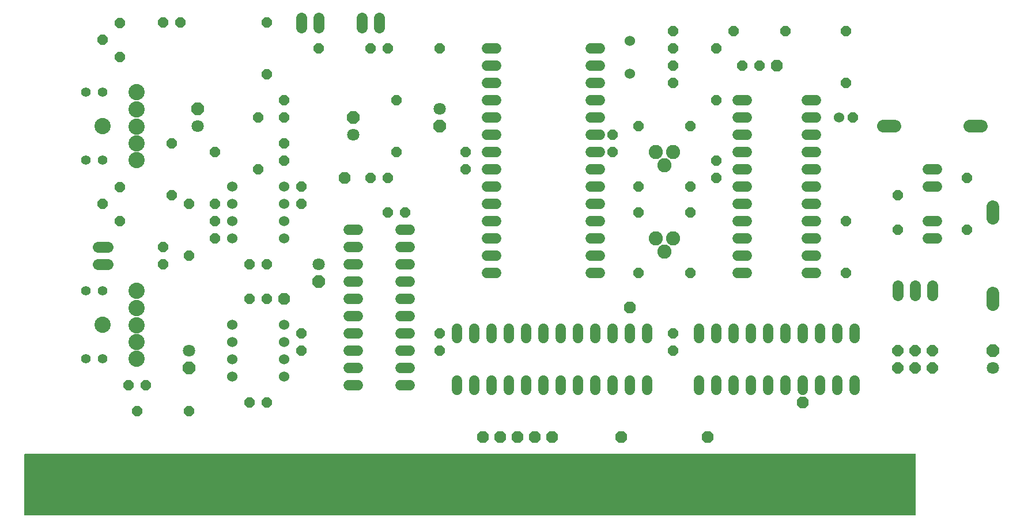
<source format=gbs>
G04 EAGLE Gerber RS-274X export*
G75*
%MOMM*%
%FSLAX34Y34*%
%LPD*%
%INSoldermask Bottom*%
%IPPOS*%
%AMOC8*
5,1,8,0,0,1.08239X$1,22.5*%
G01*
%ADD10P,1.649562X8X292.500000*%
%ADD11P,1.951982X8X292.500000*%
%ADD12C,1.803400*%
%ADD13P,1.649562X8X202.500000*%
%ADD14C,1.524000*%
%ADD15P,1.649562X8X112.500000*%
%ADD16P,1.649562X8X22.500000*%
%ADD17C,2.082800*%
%ADD18C,1.524000*%
%ADD19C,1.625600*%
%ADD20C,2.387600*%
%ADD21C,1.403200*%
%ADD22P,1.869504X8X292.500000*%
%ADD23P,1.951982X8X112.500000*%
%ADD24C,1.879600*%
%ADD25P,1.869504X8X22.500000*%
%ADD26R,1.983200X7.823200*%
%ADD27P,1.759533X8X22.500000*%

G36*
X1308120Y-758D02*
X1308120Y-758D01*
X1308139Y-760D01*
X1308241Y-738D01*
X1308343Y-722D01*
X1308360Y-712D01*
X1308380Y-708D01*
X1308469Y-655D01*
X1308560Y-606D01*
X1308574Y-592D01*
X1308591Y-582D01*
X1308658Y-503D01*
X1308730Y-428D01*
X1308738Y-410D01*
X1308751Y-395D01*
X1308790Y-299D01*
X1308833Y-205D01*
X1308835Y-185D01*
X1308843Y-167D01*
X1308861Y0D01*
X1308861Y88900D01*
X1308858Y88920D01*
X1308860Y88939D01*
X1308838Y89041D01*
X1308822Y89143D01*
X1308812Y89160D01*
X1308808Y89180D01*
X1308755Y89269D01*
X1308706Y89360D01*
X1308692Y89374D01*
X1308682Y89391D01*
X1308603Y89458D01*
X1308528Y89530D01*
X1308510Y89538D01*
X1308495Y89551D01*
X1308399Y89590D01*
X1308305Y89633D01*
X1308285Y89635D01*
X1308267Y89643D01*
X1308100Y89661D01*
X0Y89661D01*
X-20Y89658D01*
X-39Y89660D01*
X-141Y89638D01*
X-243Y89622D01*
X-260Y89612D01*
X-280Y89608D01*
X-369Y89555D01*
X-460Y89506D01*
X-474Y89492D01*
X-491Y89482D01*
X-558Y89403D01*
X-630Y89328D01*
X-638Y89310D01*
X-651Y89295D01*
X-690Y89199D01*
X-733Y89105D01*
X-735Y89085D01*
X-743Y89067D01*
X-761Y88900D01*
X-761Y0D01*
X-758Y-20D01*
X-760Y-39D01*
X-738Y-141D01*
X-722Y-243D01*
X-712Y-260D01*
X-708Y-280D01*
X-655Y-369D01*
X-606Y-460D01*
X-592Y-474D01*
X-582Y-491D01*
X-503Y-558D01*
X-428Y-630D01*
X-410Y-638D01*
X-395Y-651D01*
X-299Y-690D01*
X-205Y-733D01*
X-185Y-735D01*
X-167Y-743D01*
X0Y-761D01*
X1308100Y-761D01*
X1308120Y-758D01*
G37*
D10*
X952500Y266700D03*
X952500Y241300D03*
D11*
X431800Y342900D03*
D12*
X431800Y368300D03*
D13*
X558800Y444500D03*
X533400Y444500D03*
D14*
X1047496Y609600D02*
X1060704Y609600D01*
X1060704Y584200D02*
X1047496Y584200D01*
X1047496Y558800D02*
X1060704Y558800D01*
X1060704Y533400D02*
X1047496Y533400D01*
X1047496Y508000D02*
X1060704Y508000D01*
X1060704Y482600D02*
X1047496Y482600D01*
X1047496Y457200D02*
X1060704Y457200D01*
X1060704Y431800D02*
X1047496Y431800D01*
X1047496Y406400D02*
X1060704Y406400D01*
X1060704Y381000D02*
X1047496Y381000D01*
X1047496Y355600D02*
X1060704Y355600D01*
X1149096Y355600D02*
X1162304Y355600D01*
X1162304Y381000D02*
X1149096Y381000D01*
X1149096Y406400D02*
X1162304Y406400D01*
X1162304Y431800D02*
X1149096Y431800D01*
X1149096Y457200D02*
X1162304Y457200D01*
X1162304Y482600D02*
X1149096Y482600D01*
X1149096Y508000D02*
X1162304Y508000D01*
X1162304Y533400D02*
X1149096Y533400D01*
X1149096Y558800D02*
X1162304Y558800D01*
X1162304Y584200D02*
X1149096Y584200D01*
X1149096Y609600D02*
X1162304Y609600D01*
D10*
X139700Y432054D03*
X139700Y482346D03*
X114300Y457200D03*
D15*
X203200Y368300D03*
X203200Y393700D03*
D16*
X203200Y723900D03*
X228600Y723900D03*
D10*
X139700Y673354D03*
X139700Y723646D03*
X114300Y698500D03*
D15*
X1206500Y355600D03*
X1206500Y431800D03*
D16*
X1054100Y660400D03*
X1079500Y660400D03*
D10*
X1016000Y520700D03*
X1016000Y495300D03*
D17*
X952500Y406400D03*
X939800Y387350D03*
X927100Y406400D03*
D15*
X1206500Y635000D03*
X1206500Y711200D03*
D13*
X977900Y444500D03*
X901700Y444500D03*
D16*
X901700Y355600D03*
X977900Y355600D03*
D17*
X952500Y533400D03*
X939800Y514350D03*
X927100Y533400D03*
D16*
X1041400Y711200D03*
X1117600Y711200D03*
D13*
X977900Y571500D03*
X901700Y571500D03*
D16*
X901700Y482600D03*
X977900Y482600D03*
D10*
X355600Y723900D03*
X355600Y647700D03*
D16*
X1216660Y584200D03*
D18*
X1196340Y584200D03*
D14*
X489204Y419100D02*
X475996Y419100D01*
X475996Y393700D02*
X489204Y393700D01*
X489204Y266700D02*
X475996Y266700D01*
X475996Y241300D02*
X489204Y241300D01*
X489204Y368300D02*
X475996Y368300D01*
X475996Y342900D02*
X489204Y342900D01*
X489204Y292100D02*
X475996Y292100D01*
X475996Y317500D02*
X489204Y317500D01*
X489204Y215900D02*
X475996Y215900D01*
X475996Y190500D02*
X489204Y190500D01*
X552196Y190500D02*
X565404Y190500D01*
X565404Y215900D02*
X552196Y215900D01*
X552196Y241300D02*
X565404Y241300D01*
X565404Y266700D02*
X552196Y266700D01*
X552196Y292100D02*
X565404Y292100D01*
X565404Y317500D02*
X552196Y317500D01*
X552196Y342900D02*
X565404Y342900D01*
X565404Y368300D02*
X552196Y368300D01*
X552196Y393700D02*
X565404Y393700D01*
X565404Y419100D02*
X552196Y419100D01*
D10*
X1016000Y685800D03*
X1016000Y609600D03*
D18*
X304800Y279400D03*
X304800Y254000D03*
X381000Y254000D03*
X381000Y279400D03*
X304800Y228600D03*
X304800Y203200D03*
X381000Y228600D03*
X381000Y203200D03*
D10*
X406400Y266700D03*
X406400Y241300D03*
D13*
X355600Y317500D03*
X330200Y317500D03*
X355600Y165100D03*
X330200Y165100D03*
D11*
X241300Y215900D03*
D12*
X241300Y241300D03*
D16*
X165100Y152400D03*
X241300Y152400D03*
D13*
X177800Y190500D03*
X152400Y190500D03*
D19*
X121412Y393700D02*
X107188Y393700D01*
X107188Y368300D02*
X121412Y368300D01*
D20*
X114300Y279400D03*
X164300Y304400D03*
X164300Y329400D03*
X164300Y254400D03*
X164300Y229400D03*
D21*
X114300Y329400D03*
X89300Y329400D03*
X89300Y229400D03*
X114300Y229400D03*
D20*
X164300Y279000D03*
D22*
X381000Y317500D03*
D10*
X546100Y609600D03*
X546100Y533400D03*
D23*
X482600Y584200D03*
D12*
X482600Y558800D03*
D11*
X609600Y571500D03*
D12*
X609600Y596900D03*
D13*
X533400Y495300D03*
X508000Y495300D03*
D14*
X679196Y685800D02*
X692404Y685800D01*
X692404Y660400D02*
X679196Y660400D01*
X679196Y635000D02*
X692404Y635000D01*
X692404Y609600D02*
X679196Y609600D01*
X679196Y584200D02*
X692404Y584200D01*
X692404Y558800D02*
X679196Y558800D01*
X679196Y533400D02*
X692404Y533400D01*
X692404Y508000D02*
X679196Y508000D01*
X679196Y482600D02*
X692404Y482600D01*
X692404Y457200D02*
X679196Y457200D01*
X679196Y431800D02*
X692404Y431800D01*
X692404Y406400D02*
X679196Y406400D01*
X679196Y381000D02*
X692404Y381000D01*
X692404Y355600D02*
X679196Y355600D01*
X831596Y355600D02*
X844804Y355600D01*
X844804Y381000D02*
X831596Y381000D01*
X831596Y406400D02*
X844804Y406400D01*
X844804Y431800D02*
X831596Y431800D01*
X831596Y457200D02*
X844804Y457200D01*
X844804Y482600D02*
X831596Y482600D01*
X831596Y508000D02*
X844804Y508000D01*
X844804Y533400D02*
X831596Y533400D01*
X831596Y558800D02*
X844804Y558800D01*
X844804Y584200D02*
X831596Y584200D01*
X831596Y609600D02*
X844804Y609600D01*
X844804Y635000D02*
X831596Y635000D01*
X831596Y660400D02*
X844804Y660400D01*
X844804Y685800D02*
X831596Y685800D01*
D18*
X889000Y697230D03*
X889000Y648970D03*
D10*
X952500Y711200D03*
X952500Y685800D03*
D15*
X952500Y635000D03*
X952500Y660400D03*
D20*
X114300Y571500D03*
X164300Y596500D03*
X164300Y621500D03*
X164300Y546500D03*
X164300Y521500D03*
D21*
X114300Y621500D03*
X89300Y621500D03*
X89300Y521500D03*
X114300Y521500D03*
D20*
X164300Y571100D03*
D24*
X1422400Y452882D02*
X1422400Y436118D01*
X1422400Y325882D02*
X1422400Y309118D01*
D14*
X1340104Y431800D02*
X1326896Y431800D01*
X1326896Y482600D02*
X1340104Y482600D01*
X1340104Y406400D02*
X1326896Y406400D01*
X1326896Y508000D02*
X1340104Y508000D01*
D23*
X1422400Y241300D03*
D12*
X1422400Y215900D03*
D10*
X1282700Y469900D03*
X1282700Y419100D03*
X1384300Y495300D03*
X1384300Y419100D03*
D25*
X1104900Y660400D03*
D24*
X1388618Y571500D02*
X1405382Y571500D01*
X1278382Y571500D02*
X1261618Y571500D01*
D10*
X609600Y266700D03*
X609600Y241300D03*
X647700Y533400D03*
X647700Y508000D03*
D22*
X469900Y495300D03*
D10*
X241300Y457200D03*
X241300Y381000D03*
D13*
X355600Y368300D03*
X330200Y368300D03*
D18*
X304800Y482600D03*
X304800Y457200D03*
X381000Y457200D03*
X381000Y482600D03*
X304800Y431800D03*
X304800Y406400D03*
X381000Y431800D03*
X381000Y406400D03*
D10*
X381000Y546100D03*
X381000Y520700D03*
D15*
X342900Y508000D03*
X342900Y584200D03*
D10*
X381000Y609600D03*
X381000Y584200D03*
X406400Y482600D03*
X406400Y457200D03*
D15*
X279400Y457200D03*
X279400Y533400D03*
D10*
X279400Y431800D03*
X279400Y406400D03*
D23*
X254000Y596900D03*
D12*
X254000Y571500D03*
D15*
X215900Y469900D03*
X215900Y546100D03*
D26*
X33380Y40872D03*
X58780Y40872D03*
X84180Y40872D03*
X109580Y40872D03*
X134980Y40872D03*
X160380Y40872D03*
X185780Y40872D03*
X211180Y40872D03*
X236580Y40872D03*
X261980Y40872D03*
X287380Y40872D03*
X312780Y40872D03*
X338180Y40872D03*
X363580Y40872D03*
X388980Y40872D03*
X414380Y40872D03*
X439780Y40872D03*
X465180Y40872D03*
X490580Y40872D03*
X515980Y40872D03*
X541380Y40872D03*
X566780Y40872D03*
X592180Y40872D03*
X617580Y40872D03*
X642980Y40872D03*
X668380Y40872D03*
X693780Y40872D03*
X719180Y40872D03*
X744580Y40872D03*
X769980Y40872D03*
X795380Y40872D03*
X820780Y40872D03*
X846180Y40872D03*
X871580Y40872D03*
X896980Y40872D03*
X922380Y40872D03*
X947780Y40872D03*
X973180Y40872D03*
X998580Y40872D03*
X1023980Y40872D03*
X1049380Y40872D03*
X1074780Y40872D03*
X1100180Y40872D03*
X1125580Y40872D03*
X1150980Y40872D03*
X1176380Y40872D03*
X1201780Y40872D03*
X1227180Y40872D03*
X1252580Y40872D03*
X1277980Y40872D03*
D14*
X990600Y183896D02*
X990600Y197104D01*
X1016000Y197104D02*
X1016000Y183896D01*
X1041400Y183896D02*
X1041400Y197104D01*
X1066800Y197104D02*
X1066800Y183896D01*
X1092200Y183896D02*
X1092200Y197104D01*
X1117600Y197104D02*
X1117600Y183896D01*
X1143000Y183896D02*
X1143000Y197104D01*
X1168400Y197104D02*
X1168400Y183896D01*
X1193800Y183896D02*
X1193800Y197104D01*
X1219200Y197104D02*
X1219200Y183896D01*
X1219200Y260096D02*
X1219200Y273304D01*
X1193800Y273304D02*
X1193800Y260096D01*
X1168400Y260096D02*
X1168400Y273304D01*
X1143000Y273304D02*
X1143000Y260096D01*
X1117600Y260096D02*
X1117600Y273304D01*
X1092200Y273304D02*
X1092200Y260096D01*
X1066800Y260096D02*
X1066800Y273304D01*
X1041400Y273304D02*
X1041400Y260096D01*
X1016000Y260096D02*
X1016000Y273304D01*
X990600Y273304D02*
X990600Y260096D01*
X635000Y197104D02*
X635000Y183896D01*
X660400Y183896D02*
X660400Y197104D01*
X685800Y197104D02*
X685800Y183896D01*
X711200Y183896D02*
X711200Y197104D01*
X736600Y197104D02*
X736600Y183896D01*
X762000Y183896D02*
X762000Y197104D01*
X787400Y197104D02*
X787400Y183896D01*
X812800Y183896D02*
X812800Y197104D01*
X838200Y197104D02*
X838200Y183896D01*
X863600Y183896D02*
X863600Y197104D01*
X889000Y197104D02*
X889000Y183896D01*
X914400Y183896D02*
X914400Y197104D01*
X914400Y260096D02*
X914400Y273304D01*
X889000Y273304D02*
X889000Y260096D01*
X863600Y260096D02*
X863600Y273304D01*
X838200Y273304D02*
X838200Y260096D01*
X812800Y260096D02*
X812800Y273304D01*
X787400Y273304D02*
X787400Y260096D01*
X762000Y260096D02*
X762000Y273304D01*
X736600Y273304D02*
X736600Y260096D01*
X711200Y260096D02*
X711200Y273304D01*
X685800Y273304D02*
X685800Y260096D01*
X660400Y260096D02*
X660400Y273304D01*
X635000Y273304D02*
X635000Y260096D01*
D27*
X1282700Y215900D03*
X1282700Y241300D03*
X1308100Y215900D03*
X1308100Y241300D03*
X1333500Y215900D03*
X1333500Y241300D03*
D19*
X1282700Y323088D02*
X1282700Y337312D01*
X1308100Y337312D02*
X1308100Y323088D01*
X1333500Y323088D02*
X1333500Y337312D01*
D25*
X1143000Y165100D03*
X889000Y304800D03*
X876300Y114300D03*
D10*
X863600Y558800D03*
X863600Y533400D03*
D19*
X431800Y716788D02*
X431800Y731012D01*
X406400Y731012D02*
X406400Y716788D01*
X520700Y716788D02*
X520700Y731012D01*
X495300Y731012D02*
X495300Y716788D01*
D16*
X431800Y685800D03*
X508000Y685800D03*
X533400Y685800D03*
X609600Y685800D03*
D25*
X723900Y114300D03*
X1003300Y114300D03*
X698500Y114300D03*
X749300Y114300D03*
X673100Y114300D03*
X774700Y114300D03*
M02*

</source>
